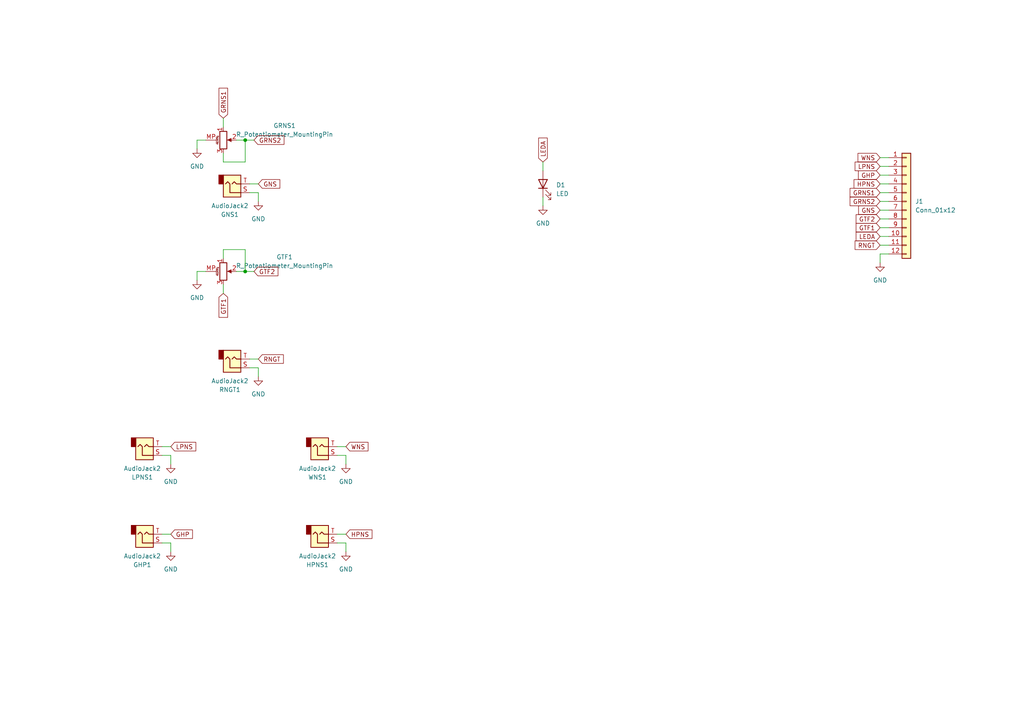
<source format=kicad_sch>
(kicad_sch (version 20230121) (generator eeschema)
  (paper "A4")
  (lib_symbols
    (symbol "Connector-github:AudioJack2"
      (property "Reference" "J" (at 0 8.89 0))
      (property "Value" "AudioJack2" (at 0 6.35 0))
      (symbol "AudioJack2_0_1"
        (rectangle (start -3.81 0) (end -2.54 -2.54) (stroke (width 0.254)) (fill (type outline)))
        (rectangle (start -2.54 3.81) (end 2.54 -2.54) (stroke (width 0.254)) (fill (type background)))
        (polyline (pts (xy 0 0) (xy 0.635 -0.635) (xy 1.27 0) (xy 2.54 0)) (stroke (width 0.254)))
        (polyline (pts (xy 2.54 2.54) (xy -0.635 2.54) (xy -0.635 0) (xy -1.27 -0.635) (xy -1.905 0)) (stroke (width 0.254)))
      )
      (symbol "AudioJack2_1_1"
        (pin passive line (at 5.08 2.54 180) (length 2.54) (name "~") (number "S"))
        (pin passive line (at 5.08 0 180) (length 2.54) (name "~") (number "T"))
      )
    )
    (symbol "Connector_Generic:Conn_01x12" (pin_names (offset 1.016) hide)
      (property "Reference" "J" (at 0 15.24 0))
      (property "Value" "Conn_01x12" (at 0 -17.78 0))
      (symbol "Conn_01x12_1_1"
        (rectangle (start -1.27 -15.113) (end 0 -15.367) (stroke (width 0.1524)))
        (rectangle (start -1.27 -12.573) (end 0 -12.827) (stroke (width 0.1524)))
        (rectangle (start -1.27 -10.033) (end 0 -10.287) (stroke (width 0.1524)))
        (rectangle (start -1.27 -7.493) (end 0 -7.747) (stroke (width 0.1524)))
        (rectangle (start -1.27 -4.953) (end 0 -5.207) (stroke (width 0.1524)))
        (rectangle (start -1.27 -2.413) (end 0 -2.667) (stroke (width 0.1524)))
        (rectangle (start -1.27 0.127) (end 0 -0.127) (stroke (width 0.1524)))
        (rectangle (start -1.27 2.667) (end 0 2.413) (stroke (width 0.1524)))
        (rectangle (start -1.27 5.207) (end 0 4.953) (stroke (width 0.1524)))
        (rectangle (start -1.27 7.747) (end 0 7.493) (stroke (width 0.1524)))
        (rectangle (start -1.27 10.287) (end 0 10.033) (stroke (width 0.1524)))
        (rectangle (start -1.27 12.827) (end 0 12.573) (stroke (width 0.1524)))
        (rectangle (start -1.27 13.97) (end 1.27 -16.51) (stroke (width 0.254)) (fill (type background)))
        (pin passive line (at -5.08 12.7 0) (length 3.81) (name "Pin_1") (number "1"))
        (pin passive line (at -5.08 -10.16 0) (length 3.81) (name "Pin_10") (number "10"))
        (pin passive line (at -5.08 -12.7 0) (length 3.81) (name "Pin_11") (number "11"))
        (pin passive line (at -5.08 -15.24 0) (length 3.81) (name "Pin_12") (number "12"))
        (pin passive line (at -5.08 10.16 0) (length 3.81) (name "Pin_2") (number "2"))
        (pin passive line (at -5.08 7.62 0) (length 3.81) (name "Pin_3") (number "3"))
        (pin passive line (at -5.08 5.08 0) (length 3.81) (name "Pin_4") (number "4"))
        (pin passive line (at -5.08 2.54 0) (length 3.81) (name "Pin_5") (number "5"))
        (pin passive line (at -5.08 0 0) (length 3.81) (name "Pin_6") (number "6"))
        (pin passive line (at -5.08 -2.54 0) (length 3.81) (name "Pin_7") (number "7"))
        (pin passive line (at -5.08 -5.08 0) (length 3.81) (name "Pin_8") (number "8"))
        (pin passive line (at -5.08 -7.62 0) (length 3.81) (name "Pin_9") (number "9"))
      )
    )
    (symbol "Device:LED" (pin_numbers hide) (pin_names (offset 1.016) hide)
      (property "Reference" "D" (at 0 2.54 0))
      (property "Value" "LED" (at 0 -2.54 0))
      (symbol "LED_0_1"
        (polyline (pts (xy -1.27 -1.27) (xy -1.27 1.27)) (stroke (width 0.254)))
        (polyline (pts (xy -1.27 0) (xy 1.27 0)))
        (polyline (pts (xy 1.27 -1.27) (xy 1.27 1.27) (xy -1.27 0) (xy 1.27 -1.27)) (stroke (width 0.254)))
        (polyline (pts (xy -3.048 -0.762) (xy -4.572 -2.286) (xy -3.81 -2.286) (xy -4.572 -2.286) (xy -4.572 -1.524)))
        (polyline (pts (xy -1.778 -0.762) (xy -3.302 -2.286) (xy -2.54 -2.286) (xy -3.302 -2.286) (xy -3.302 -1.524)))
      )
      (symbol "LED_1_1"
        (pin passive line (at -3.81 0 0) (length 2.54) (name "K") (number "1"))
        (pin passive line (at 3.81 0 180) (length 2.54) (name "A") (number "2"))
      )
    )
    (symbol "Device:R_Potentiometer_MountingPin" (pin_names (offset 1.016) hide)
      (property "Reference" "RV" (at -8.255 0 90))
      (property "Value" "R_Potentiometer_MountingPin" (at -6.35 0 90))
      (symbol "R_Potentiometer_MountingPin_0_1"
        (polyline (pts (xy 2.54 0) (xy 1.524 0)))
        (polyline (pts (xy 1.143 0) (xy 2.286 0.508) (xy 2.286 -0.508)) (fill (type outline)))
        (rectangle (start 1.016 2.54) (end -1.016 -2.54) (stroke (width 0.254)))
      )
      (symbol "R_Potentiometer_MountingPin_1_1"
        (polyline (pts (xy -2.032 1.016) (xy -2.032 -1.016)) (stroke (width 0.1524)))
        (text "Mounting" (at -1.651 0 900) (effects (font (size 0.381 0.381))))
        (pin passive line (at 0 3.81 270) (length 1.27) (name "1") (number "1"))
        (pin passive line (at 3.81 0 180) (length 1.27) (name "2") (number "2"))
        (pin passive line (at 0 -3.81 90) (length 1.27) (name "3") (number "3"))
        (pin passive line (at -5.08 0 0) (length 3.048) (name "MountPin") (number "MP"))
      )
    )
    (symbol "power:GND" (power) (pin_names (offset 0))
      (property "Value" "GND" (at 0 -3.81 0))
      (symbol "GND_0_1"
        (polyline (pts (xy 0 0) (xy 0 -1.27) (xy 1.27 -1.27) (xy 0 -2.54) (xy -1.27 -1.27) (xy 0 -1.27)))
      )
      (symbol "GND_1_1"
        (pin power_in line (at 0 0 270) (length 0) hide (name "GND") (number "1"))
      )
    )
  )
  (junction (at 71.12 40.64))
  (junction (at 71.12 78.74))
  (wire (pts (xy 72.39 53.34) (xy 74.93 53.34)))
  (wire (pts (xy 71.12 40.64) (xy 73.66 40.64)))
  (wire (pts (xy 157.48 46.99) (xy 157.48 49.53)))
  (wire (pts (xy 64.77 34.29) (xy 64.77 36.83)))
  (wire (pts (xy 74.93 106.68) (xy 74.93 109.22)))
  (wire (pts (xy 72.39 104.14) (xy 74.93 104.14)))
  (wire (pts (xy 97.79 154.94) (xy 100.33 154.94)))
  (wire (pts (xy 72.39 55.88) (xy 74.93 55.88)))
  (wire (pts (xy 72.39 106.68) (xy 74.93 106.68)))
  (wire (pts (xy 255.27 48.26) (xy 257.81 48.26)))
  (wire (pts (xy 71.12 46.99) (xy 71.12 40.64)))
  (wire (pts (xy 255.27 55.88) (xy 257.81 55.88)))
  (wire (pts (xy 64.77 46.99) (xy 71.12 46.99)))
  (wire (pts (xy 97.79 129.54) (xy 100.33 129.54)))
  (wire (pts (xy 64.77 82.55) (xy 64.77 85.09)))
  (wire (pts (xy 100.33 132.08) (xy 100.33 134.62)))
  (wire (pts (xy 257.81 73.66) (xy 255.27 73.66)))
  (wire (pts (xy 59.69 78.74) (xy 57.15 78.74)))
  (wire (pts (xy 57.15 40.64) (xy 57.15 43.18)))
  (wire (pts (xy 100.33 157.48) (xy 100.33 160.02)))
  (wire (pts (xy 46.99 129.54) (xy 49.53 129.54)))
  (wire (pts (xy 71.12 78.74) (xy 73.66 78.74)))
  (wire (pts (xy 255.27 60.96) (xy 257.81 60.96)))
  (wire (pts (xy 49.53 132.08) (xy 49.53 134.62)))
  (wire (pts (xy 59.69 40.64) (xy 57.15 40.64)))
  (wire (pts (xy 97.79 157.48) (xy 100.33 157.48)))
  (wire (pts (xy 46.99 154.94) (xy 49.53 154.94)))
  (wire (pts (xy 74.93 55.88) (xy 74.93 58.42)))
  (wire (pts (xy 157.48 57.15) (xy 157.48 59.69)))
  (wire (pts (xy 255.27 68.58) (xy 257.81 68.58)))
  (wire (pts (xy 255.27 63.5) (xy 257.81 63.5)))
  (wire (pts (xy 255.27 53.34) (xy 257.81 53.34)))
  (wire (pts (xy 255.27 58.42) (xy 257.81 58.42)))
  (wire (pts (xy 46.99 157.48) (xy 49.53 157.48)))
  (wire (pts (xy 255.27 66.04) (xy 257.81 66.04)))
  (wire (pts (xy 49.53 157.48) (xy 49.53 160.02)))
  (wire (pts (xy 71.12 72.39) (xy 71.12 78.74)))
  (wire (pts (xy 97.79 132.08) (xy 100.33 132.08)))
  (wire (pts (xy 64.77 72.39) (xy 71.12 72.39)))
  (wire (pts (xy 255.27 71.12) (xy 257.81 71.12)))
  (wire (pts (xy 255.27 50.8) (xy 257.81 50.8)))
  (wire (pts (xy 64.77 44.45) (xy 64.77 46.99)))
  (wire (pts (xy 255.27 73.66) (xy 255.27 76.2)))
  (wire (pts (xy 68.58 78.74) (xy 71.12 78.74)))
  (wire (pts (xy 46.99 132.08) (xy 49.53 132.08)))
  (wire (pts (xy 57.15 78.74) (xy 57.15 81.28)))
  (wire (pts (xy 64.77 74.93) (xy 64.77 72.39)))
  (wire (pts (xy 68.58 40.64) (xy 71.12 40.64)))
  (wire (pts (xy 255.27 45.72) (xy 257.81 45.72)))
  (global_label "WNS" (shape input) (at 100.33 129.54 0) (property "Intersheetrefs" "${INTERSHEET_REFS}" (effects hide)))
  (global_label "LPNS" (shape input) (at 255.27 48.26 180) (property "Intersheetrefs" "${INTERSHEET_REFS}" (effects hide)))
  (global_label "GRNS1" (shape input) (at 255.27 55.88 180) (property "Intersheetrefs" "${INTERSHEET_REFS}" (effects hide)))
  (global_label "HPNS" (shape input) (at 100.33 154.94 0) (property "Intersheetrefs" "${INTERSHEET_REFS}" (effects hide)))
  (global_label "GHP" (shape input) (at 49.53 154.94 0) (property "Intersheetrefs" "${INTERSHEET_REFS}" (effects hide)))
  (global_label "GRNS2" (shape input) (at 255.27 58.42 180) (property "Intersheetrefs" "${INTERSHEET_REFS}" (effects hide)))
  (global_label "GNS" (shape input) (at 255.27 60.96 180) (property "Intersheetrefs" "${INTERSHEET_REFS}" (effects hide)))
  (global_label "GRNS2" (shape input) (at 73.66 40.64 0) (property "Intersheetrefs" "${INTERSHEET_REFS}" (effects hide)))
  (global_label "GTF2" (shape input) (at 255.27 63.5 180) (property "Intersheetrefs" "${INTERSHEET_REFS}" (effects hide)))
  (global_label "LPNS" (shape input) (at 49.53 129.54 0) (property "Intersheetrefs" "${INTERSHEET_REFS}" (effects hide)))
  (global_label "RNGT" (shape input) (at 255.27 71.12 180) (property "Intersheetrefs" "${INTERSHEET_REFS}" (effects hide)))
  (global_label "GTF2" (shape input) (at 73.66 78.74 0) (property "Intersheetrefs" "${INTERSHEET_REFS}" (effects hide)))
  (global_label "GHP" (shape input) (at 255.27 50.8 180) (property "Intersheetrefs" "${INTERSHEET_REFS}" (effects hide)))
  (global_label "GTF1" (shape input) (at 255.27 66.04 180) (property "Intersheetrefs" "${INTERSHEET_REFS}" (effects hide)))
  (global_label "GNS" (shape input) (at 74.93 53.34 0) (property "Intersheetrefs" "${INTERSHEET_REFS}" (effects hide)))
  (global_label "WNS" (shape input) (at 255.27 45.72 180) (property "Intersheetrefs" "${INTERSHEET_REFS}" (effects hide)))
  (global_label "LEDA" (shape input) (at 255.27 68.58 180) (property "Intersheetrefs" "${INTERSHEET_REFS}" (effects hide)))
  (global_label "HPNS" (shape input) (at 255.27 53.34 180) (property "Intersheetrefs" "${INTERSHEET_REFS}" (effects hide)))
  (global_label "RNGT" (shape input) (at 74.93 104.14 0) (property "Intersheetrefs" "${INTERSHEET_REFS}" (effects hide)))
  (global_label "GRNS1" (shape input) (at 64.77 34.29 90) (property "Intersheetrefs" "${INTERSHEET_REFS}" (effects hide)))
  (global_label "LEDA" (shape input) (at 157.48 46.99 90) (property "Intersheetrefs" "${INTERSHEET_REFS}" (effects hide)))
  (global_label "GTF1" (shape input) (at 64.77 85.09 270) (property "Intersheetrefs" "${INTERSHEET_REFS}" (effects hide)))
  (symbol (lib_id "Connector-github:AudioJack2") (at 41.91 154.94 0) (mirror x) (unit 1)
    (property "Reference" "GHP1" (at 41.275 163.83 0))
    (property "Value" "AudioJack2" (at 41.275 161.29 0))
    (property "Footprint" "Library:Jack_3.5mm_QingPu_WQP-PJ398SM_Vertical_CircularHoles" (effects hide))
  )
  (symbol (lib_id "power:GND") (at 100.33 160.02 0) (unit 1)
    (property "Reference" "#PWR08" (effects hide))
    (property "Value" "GND" (at 100.33 165.1 0))
  )
  (symbol (lib_id "power:GND") (at 49.53 160.02 0) (unit 1)
    (property "Reference" "#PWR02" (effects hide))
    (property "Value" "GND" (at 49.53 165.1 0))
  )
  (symbol (lib_id "power:GND") (at 157.48 59.69 0) (unit 1)
    (property "Reference" "#PWR09" (effects hide))
    (property "Value" "GND" (at 157.48 64.77 0))
  )
  (symbol (lib_id "Connector-github:AudioJack2") (at 92.71 154.94 0) (mirror x) (unit 1)
    (property "Reference" "HPNS1" (at 92.075 163.83 0))
    (property "Value" "AudioJack2" (at 92.075 161.29 0))
    (property "Footprint" "Library:Jack_3.5mm_QingPu_WQP-PJ398SM_Vertical_CircularHoles" (effects hide))
  )
  (symbol (lib_id "Connector_Generic:Conn_01x12") (at 262.89 58.42 0) (unit 1)
    (property "Reference" "J1" (at 265.43 58.42 0) (effects (justify left)))
    (property "Value" "Conn_01x12" (at 265.43 60.96 0) (effects (justify left)))
    (property "Footprint" "Connector_PinHeader_2.54mm:PinHeader_1x12_P2.54mm_Vertical" (effects hide))
  )
  (symbol (lib_id "Connector-github:AudioJack2") (at 67.31 104.14 0) (mirror x) (unit 1)
    (property "Reference" "RNGT1" (at 66.675 113.03 0))
    (property "Value" "AudioJack2" (at 66.675 110.49 0))
    (property "Footprint" "Library:Jack_3.5mm_QingPu_WQP-PJ398SM_Vertical_CircularHoles" (effects hide))
  )
  (symbol (lib_id "Device:R_Potentiometer_MountingPin") (at 64.77 78.74 0) (unit 1)
    (property "Reference" "GTF1" (at 82.55 74.5491 0))
    (property "Value" "R_Potentiometer_MountingPin" (at 82.55 77.0891 0))
    (property "Footprint" "Library:Potentiometer_Bourns_PTV09A-1_Single_Vertical" (effects hide))
  )
  (symbol (lib_id "power:GND") (at 57.15 81.28 0) (unit 1)
    (property "Reference" "#PWR04" (effects hide))
    (property "Value" "GND" (at 57.15 86.36 0))
  )
  (symbol (lib_id "Connector-github:AudioJack2") (at 92.71 129.54 0) (mirror x) (unit 1)
    (property "Reference" "WNS1" (at 92.075 138.43 0))
    (property "Value" "AudioJack2" (at 92.075 135.89 0))
    (property "Footprint" "Library:Jack_3.5mm_QingPu_WQP-PJ398SM_Vertical_CircularHoles" (effects hide))
  )
  (symbol (lib_id "power:GND") (at 255.27 76.2 0) (unit 1)
    (property "Reference" "#PWR010" (effects hide))
    (property "Value" "GND" (at 255.27 81.28 0))
  )
  (symbol (lib_id "power:GND") (at 49.53 134.62 0) (unit 1)
    (property "Reference" "#PWR01" (effects hide))
    (property "Value" "GND" (at 49.53 139.7 0))
  )
  (symbol (lib_id "power:GND") (at 57.15 43.18 0) (unit 1)
    (property "Reference" "#PWR03" (effects hide))
    (property "Value" "GND" (at 57.15 48.26 0))
  )
  (symbol (lib_id "power:GND") (at 100.33 134.62 0) (unit 1)
    (property "Reference" "#PWR07" (effects hide))
    (property "Value" "GND" (at 100.33 139.7 0))
  )
  (symbol (lib_id "Connector-github:AudioJack2") (at 67.31 53.34 0) (mirror x) (unit 1)
    (property "Reference" "GNS1" (at 66.675 62.23 0))
    (property "Value" "AudioJack2" (at 66.675 59.69 0))
    (property "Footprint" "Library:Jack_3.5mm_QingPu_WQP-PJ398SM_Vertical_CircularHoles" (effects hide))
  )
  (symbol (lib_id "Device:R_Potentiometer_MountingPin") (at 64.77 40.64 0) (unit 1)
    (property "Reference" "GRNS1" (at 82.55 36.4491 0))
    (property "Value" "R_Potentiometer_MountingPin" (at 82.55 38.9891 0))
    (property "Footprint" "Library:Potentiometer_Bourns_PTV09A-1_Single_Vertical" (effects hide))
  )
  (symbol (lib_id "power:GND") (at 74.93 109.22 0) (unit 1)
    (property "Reference" "#PWR06" (effects hide))
    (property "Value" "GND" (at 74.93 114.3 0))
  )
  (symbol (lib_id "Connector-github:AudioJack2") (at 41.91 129.54 0) (mirror x) (unit 1)
    (property "Reference" "LPNS1" (at 41.275 138.43 0))
    (property "Value" "AudioJack2" (at 41.275 135.89 0))
    (property "Footprint" "Library:Jack_3.5mm_QingPu_WQP-PJ398SM_Vertical_CircularHoles" (effects hide))
  )
  (symbol (lib_id "Device:LED") (at 157.48 53.34 90) (unit 1)
    (property "Reference" "D1" (at 161.29 53.6575 90) (effects (justify right)))
    (property "Value" "LED" (at 161.29 56.1975 90) (effects (justify right)))
    (property "Footprint" "LED_THT:LED_D3.0mm" (effects hide))
  )
  (symbol (lib_id "power:GND") (at 74.93 58.42 0) (unit 1)
    (property "Reference" "#PWR05" (effects hide))
    (property "Value" "GND" (at 74.93 63.5 0))
  )
)
</source>
